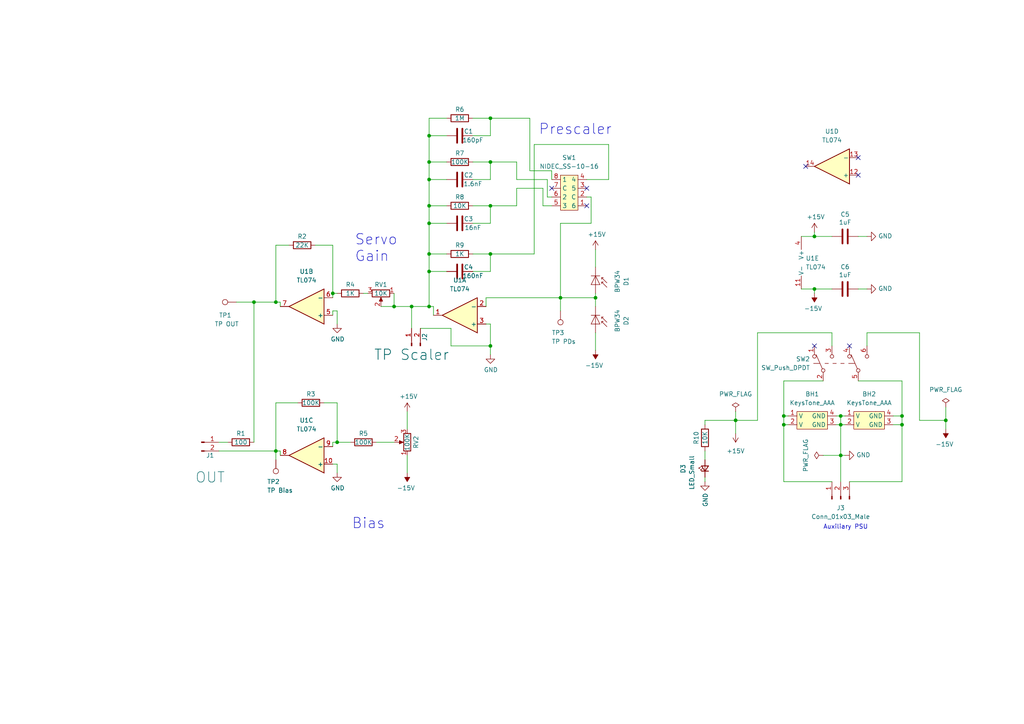
<source format=kicad_sch>
(kicad_sch (version 20211123) (generator eeschema)
  (paper "A4")
  (title_block (title "Fringer Locker") (date "2023-02-10") (rev "V1.0") (company "©Loic74650"))
  (lib_symbols
    (symbol "Amplifier_Operational:TL074" (pin_names (offset 0.127))
      (property "Reference" "U" (at 0 5.08 0))
      (property "Value" "TL074" (at 0 -5.08 0))
      (symbol "TL074_1_1"
        (polyline (pts (xy -5.08 5.08) (xy 5.08 0) (xy -5.08 -5.08) (xy -5.08 5.08)) (stroke (width 0.254)) (fill (type background)))
        (pin output line (at 7.62 0 180) (length 2.54) (name "~") (number "1"))
        (pin input line (at -7.62 -2.54 0) (length 2.54) (name "-") (number "2"))
        (pin input line (at -7.62 2.54 0) (length 2.54) (name "+") (number "3"))
      )
      (symbol "TL074_2_1"
        (polyline (pts (xy -5.08 5.08) (xy 5.08 0) (xy -5.08 -5.08) (xy -5.08 5.08)) (stroke (width 0.254)) (fill (type background)))
        (pin input line (at -7.62 2.54 0) (length 2.54) (name "+") (number "5"))
        (pin input line (at -7.62 -2.54 0) (length 2.54) (name "-") (number "6"))
        (pin output line (at 7.62 0 180) (length 2.54) (name "~") (number "7"))
      )
      (symbol "TL074_3_1"
        (polyline (pts (xy -5.08 5.08) (xy 5.08 0) (xy -5.08 -5.08) (xy -5.08 5.08)) (stroke (width 0.254)) (fill (type background)))
        (pin input line (at -7.62 2.54 0) (length 2.54) (name "+") (number "10"))
        (pin output line (at 7.62 0 180) (length 2.54) (name "~") (number "8"))
        (pin input line (at -7.62 -2.54 0) (length 2.54) (name "-") (number "9"))
      )
      (symbol "TL074_4_1"
        (polyline (pts (xy -5.08 5.08) (xy 5.08 0) (xy -5.08 -5.08) (xy -5.08 5.08)) (stroke (width 0.254)) (fill (type background)))
        (pin input line (at -7.62 2.54 0) (length 2.54) (name "+") (number "12"))
        (pin input line (at -7.62 -2.54 0) (length 2.54) (name "-") (number "13"))
        (pin output line (at 7.62 0 180) (length 2.54) (name "~") (number "14"))
      )
      (symbol "TL074_5_1"
        (pin power_in line (at -2.54 -7.62 90) (length 3.81) (name "V-") (number "11"))
        (pin power_in line (at -2.54 7.62 270) (length 3.81) (name "V+") (number "4"))
      )
    )
    (symbol "Connector:Conn_01x02_Male" (pin_names (offset 1.016) hide)
      (property "Reference" "J" (at 0 2.54 0))
      (property "Value" "Conn_01x02_Male" (at 0 -5.08 0))
      (symbol "Conn_01x02_Male_1_1"
        (polyline (pts (xy 1.27 -2.54) (xy 0.8636 -2.54)) (stroke (width 0.1524)))
        (polyline (pts (xy 1.27 0) (xy 0.8636 0)) (stroke (width 0.1524)))
        (rectangle (start 0.8636 -2.413) (end 0 -2.667) (stroke (width 0.1524)) (fill (type outline)))
        (rectangle (start 0.8636 0.127) (end 0 -0.127) (stroke (width 0.1524)) (fill (type outline)))
        (pin passive line (at 5.08 0 180) (length 3.81) (name "Pin_1") (number "1"))
        (pin passive line (at 5.08 -2.54 180) (length 3.81) (name "Pin_2") (number "2"))
      )
    )
    (symbol "Connector:Conn_01x03_Male" (pin_names (offset 1.016) hide)
      (property "Reference" "J" (at 0 5.08 0))
      (property "Value" "Conn_01x03_Male" (at 0 -5.08 0))
      (symbol "Conn_01x03_Male_1_1"
        (polyline (pts (xy 1.27 -2.54) (xy 0.8636 -2.54)) (stroke (width 0.1524)))
        (polyline (pts (xy 1.27 0) (xy 0.8636 0)) (stroke (width 0.1524)))
        (polyline (pts (xy 1.27 2.54) (xy 0.8636 2.54)) (stroke (width 0.1524)))
        (rectangle (start 0.8636 -2.413) (end 0 -2.667) (stroke (width 0.1524)) (fill (type outline)))
        (rectangle (start 0.8636 0.127) (end 0 -0.127) (stroke (width 0.1524)) (fill (type outline)))
        (rectangle (start 0.8636 2.667) (end 0 2.413) (stroke (width 0.1524)) (fill (type outline)))
        (pin passive line (at 5.08 2.54 180) (length 3.81) (name "Pin_1") (number "1"))
        (pin passive line (at 5.08 0 180) (length 3.81) (name "Pin_2") (number "2"))
        (pin passive line (at 5.08 -2.54 180) (length 3.81) (name "Pin_3") (number "3"))
      )
    )
    (symbol "Connector:TestPoint" (pin_numbers hide) (pin_names (offset 0.762) hide)
      (property "Reference" "TP" (at 0 6.858 0))
      (property "Value" "TestPoint" (at 0 5.08 0))
      (symbol "TestPoint_0_1"
        (circle (center 0 3.302) (radius 0.762))
      )
      (symbol "TestPoint_1_1"
        (pin passive line (at 0 0 90) (length 2.54) (name "1") (number "1"))
      )
    )
    (symbol "Device:C" (pin_numbers hide) (pin_names (offset 0.254))
      (property "Reference" "C" (at 0.635 2.54 0))
      (property "Value" "C" (at 0.635 -2.54 0))
      (symbol "C_0_1"
        (polyline (pts (xy -2.032 -0.762) (xy 2.032 -0.762)) (stroke (width 0.508)))
        (polyline (pts (xy -2.032 0.762) (xy 2.032 0.762)) (stroke (width 0.508)))
      )
      (symbol "C_1_1"
        (pin passive line (at 0 3.81 270) (length 2.794) (name "~") (number "1"))
        (pin passive line (at 0 -3.81 90) (length 2.794) (name "~") (number "2"))
      )
    )
    (symbol "Device:LED_Small" (pin_numbers hide) (pin_names (offset 0.254) hide)
      (property "Reference" "D" (at -1.27 3.175 0))
      (property "Value" "LED_Small" (at -4.445 -2.54 0))
      (symbol "LED_Small_0_1"
        (polyline (pts (xy -0.762 -1.016) (xy -0.762 1.016)) (stroke (width 0.254)))
        (polyline (pts (xy 1.016 0) (xy -0.762 0)))
        (polyline (pts (xy 0.762 -1.016) (xy -0.762 0) (xy 0.762 1.016) (xy 0.762 -1.016)) (stroke (width 0.254)))
        (polyline (pts (xy 0 0.762) (xy -0.508 1.27) (xy -0.254 1.27) (xy -0.508 1.27) (xy -0.508 1.016)))
        (polyline (pts (xy 0.508 1.27) (xy 0 1.778) (xy 0.254 1.778) (xy 0 1.778) (xy 0 1.524)))
      )
      (symbol "LED_Small_1_1"
        (pin passive line (at -2.54 0 0) (length 1.778) (name "K") (number "1"))
        (pin passive line (at 2.54 0 180) (length 1.778) (name "A") (number "2"))
      )
    )
    (symbol "Device:R" (pin_numbers hide) (pin_names (offset 0))
      (property "Reference" "R" (at 2.032 0 90))
      (property "Value" "R" (at 0 0 90))
      (symbol "R_0_1"
        (rectangle (start -1.016 -2.54) (end 1.016 2.54) (stroke (width 0.254)))
      )
      (symbol "R_1_1"
        (pin passive line (at 0 3.81 270) (length 1.27) (name "~") (number "1"))
        (pin passive line (at 0 -3.81 90) (length 1.27) (name "~") (number "2"))
      )
    )
    (symbol "FringeLocker-rescue:R_POT-Device" (pin_names (offset 1.016) hide)
      (property "Reference" "RV" (at -4.445 0 90))
      (property "Value" "R_POT-Device" (at -2.54 0 90))
      (symbol "R_POT-Device_0_1"
        (polyline (pts (xy 2.54 0) (xy 1.524 0)))
        (polyline (pts (xy 1.143 0) (xy 2.286 0.508) (xy 2.286 -0.508) (xy 1.143 0)) (fill (type outline)))
        (rectangle (start 1.016 2.54) (end -1.016 -2.54) (stroke (width 0.254)))
      )
      (symbol "R_POT-Device_1_1"
        (pin passive line (at 0 3.81 270) (length 1.27) (name "1") (number "1"))
        (pin passive line (at 3.81 0 180) (length 1.27) (name "2") (number "2"))
        (pin passive line (at 0 -3.81 90) (length 1.27) (name "3") (number "3"))
      )
    )
    (symbol "My_Library:KeysTone_AAA"
      (property "Reference" "BH" (at 0 0 0))
      (property "Value" "KeysTone_AAA" (at 0 2.54 0))
      (symbol "KeysTone_AAA_0_1"
        (rectangle (start -5.08 -1.27) (end 3.81 -6.35) (fill (type background)))
        (rectangle (start 1.27 -1.27) (end 1.27 -1.27))
      )
      (symbol "KeysTone_AAA_1_1"
        (pin passive line (at -7.62 -2.54 0) (length 2.54) (name "V") (number "1"))
        (pin passive line (at -7.62 -5.08 0) (length 2.54) (name "V") (number "2"))
        (pin passive line (at 6.35 -5.08 180) (length 2.54) (name "GND") (number "3"))
        (pin passive line (at 6.35 -2.54 180) (length 2.54) (name "GND") (number "4"))
      )
    )
    (symbol "My_Library:NIDEC_SS-10-16"
      (property "Reference" "SW" (at 2.54 6.35 0))
      (property "Value" "NIDEC_SS-10-16" (at 3.81 3.81 0))
      (symbol "NIDEC_SS-10-16_0_1"
        (rectangle (start 0 1.27) (end 5.08 -8.89) (fill (type background)))
        (rectangle (start 3.81 1.27) (end 3.81 1.27))
        (rectangle (start 3.81 1.27) (end 3.81 1.27))
      )
      (symbol "NIDEC_SS-10-16_1_1"
        (pin passive line (at -2.54 0 0) (length 2.54) (name "6") (number "1"))
        (pin passive line (at -2.54 -2.54 0) (length 2.54) (name "C") (number "2"))
        (pin passive line (at -2.54 -5.08 0) (length 2.54) (name "5") (number "3"))
        (pin passive line (at -2.54 -7.62 0) (length 2.54) (name "4") (number "4"))
        (pin passive line (at 7.62 0 180) (length 2.54) (name "3") (number "5"))
        (pin passive line (at 7.62 -2.54 180) (length 2.54) (name "2") (number "6"))
        (pin passive line (at 7.62 -5.08 180) (length 2.54) (name "C") (number "7"))
        (pin passive line (at 7.62 -7.62 180) (length 2.54) (name "1") (number "8"))
      )
    )
    (symbol "Sensor_Optical:BPW34" (pin_numbers hide) (pin_names (offset 1.016) hide)
      (property "Reference" "D" (at 0.508 1.778 0))
      (property "Value" "BPW34" (at -1.016 -2.794 0))
      (symbol "BPW34_0_1"
        (polyline (pts (xy -2.54 1.27) (xy -2.54 -1.27)) (stroke (width 0.1524)))
        (polyline (pts (xy -2.032 1.778) (xy -1.524 1.778)))
        (polyline (pts (xy 0 -1.27) (xy 0 1.27)))
        (polyline (pts (xy 0 0) (xy -2.54 0)))
        (polyline (pts (xy -0.508 3.302) (xy -2.032 1.778) (xy -2.032 2.286)))
        (polyline (pts (xy 0 1.27) (xy -2.54 0) (xy 0 -1.27)))
        (polyline (pts (xy 0.762 3.302) (xy -0.762 1.778) (xy -0.762 2.286) (xy -0.762 1.778) (xy -0.254 1.778)))
      )
      (symbol "BPW34_1_1"
        (pin passive line (at -5.08 0 0) (length 2.54) (name "K") (number "1"))
        (pin passive line (at 2.54 0 180) (length 2.54) (name "A") (number "2"))
      )
    )
    (symbol "Switch:SW_Push_DPDT" (pin_names (offset 0) hide)
      (property "Reference" "SW" (at 0 8.89 0))
      (property "Value" "SW_Push_DPDT" (at 0 -10.16 0))
      (symbol "SW_Push_DPDT_0_0"
        (circle (center -2.032 -5.08) (radius 0.508))
        (circle (center -2.032 5.08) (radius 0.508))
        (circle (center 2.032 -7.62) (radius 0.508))
        (circle (center 2.032 2.54) (radius 0.508))
      )
      (symbol "SW_Push_DPDT_0_1"
        (polyline (pts (xy -1.524 -4.826) (xy 2.54 -3.048)))
        (polyline (pts (xy -1.524 5.334) (xy 2.54 7.112)))
        (polyline (pts (xy 0 -2.286) (xy 0 -4.064)))
        (polyline (pts (xy 0 -1.016) (xy 0 0)))
        (polyline (pts (xy 0 1.27) (xy 0 2.286)))
        (polyline (pts (xy 0 3.556) (xy 0 4.572)))
        (polyline (pts (xy 0 7.874) (xy 0 6.096)))
        (circle (center 2.032 -2.54) (radius 0.508))
        (circle (center 2.032 7.62) (radius 0.508))
      )
      (symbol "SW_Push_DPDT_1_1"
        (pin passive line (at 5.08 7.62 180) (length 2.54) (name "A") (number "1"))
        (pin passive line (at -5.08 5.08 0) (length 2.54) (name "B") (number "2"))
        (pin passive line (at 5.08 2.54 180) (length 2.54) (name "C") (number "3"))
        (pin passive line (at 5.08 -2.54 180) (length 2.54) (name "A") (number "4"))
        (pin passive line (at -5.08 -5.08 0) (length 2.54) (name "B") (number "5"))
        (pin passive line (at 5.08 -7.62 180) (length 2.54) (name "C") (number "6"))
      )
    )
    (symbol "power:+15V" (power) (pin_names (offset 0))
      (property "Value" "+15V" (at 0 3.556 0))
      (symbol "+15V_0_1"
        (polyline (pts (xy -0.762 1.27) (xy 0 2.54)))
        (polyline (pts (xy 0 0) (xy 0 2.54)))
        (polyline (pts (xy 0 2.54) (xy 0.762 1.27)))
      )
      (symbol "+15V_1_1"
        (pin power_in line (at 0 0 90) (length 0) hide (name "+15V") (number "1"))
      )
    )
    (symbol "power:-15V" (power) (pin_names (offset 0))
      (property "Value" "-15V" (at 0 3.81 0))
      (symbol "-15V_0_0"
        (pin power_in line (at 0 0 90) (length 0) hide (name "-15V") (number "1"))
      )
      (symbol "-15V_0_1"
        (polyline (pts (xy 0 0) (xy 0 1.27) (xy 0.762 1.27) (xy 0 2.54) (xy -0.762 1.27) (xy 0 1.27)) (fill (type outline)))
      )
    )
    (symbol "power:GND" (power) (pin_names (offset 0))
      (property "Value" "GND" (at 0 -3.81 0))
      (symbol "GND_0_1"
        (polyline (pts (xy 0 0) (xy 0 -1.27) (xy 1.27 -1.27) (xy 0 -2.54) (xy -1.27 -1.27) (xy 0 -1.27)))
      )
      (symbol "GND_1_1"
        (pin power_in line (at 0 0 270) (length 0) hide (name "GND") (number "1"))
      )
    )
    (symbol "power:PWR_FLAG" (power) (pin_numbers hide) (pin_names (offset 0) hide)
      (property "Value" "PWR_FLAG" (at 0 3.81 0))
      (symbol "PWR_FLAG_0_0"
        (pin power_out line (at 0 0 90) (length 0) (name "pwr") (number "1"))
      )
      (symbol "PWR_FLAG_0_1"
        (polyline (pts (xy 0 0) (xy 0 1.27) (xy -1.016 1.905) (xy 0 2.54) (xy 1.016 1.905) (xy 0 1.27)))
      )
    )
  )
  (junction (at 162.56 86.36))
  (junction (at 97.79 128.27))
  (junction (at 236.22 83.82))
  (junction (at 261.62 120.65))
  (junction (at 243.84 132.08))
  (junction (at 124.46 78.74))
  (junction (at 142.24 34.29))
  (junction (at 124.46 88.9))
  (junction (at 243.84 120.65))
  (junction (at 124.46 52.07))
  (junction (at 124.46 64.77))
  (junction (at 172.72 86.36))
  (junction (at 124.46 59.69))
  (junction (at 243.84 123.19))
  (junction (at 227.33 120.65))
  (junction (at 80.01 87.63))
  (junction (at 73.66 87.63))
  (junction (at 142.24 100.33))
  (junction (at 124.46 73.66))
  (junction (at 119.38 88.9))
  (junction (at 80.01 130.81))
  (junction (at 142.24 73.66))
  (junction (at 124.46 46.99))
  (junction (at 142.24 59.69))
  (junction (at 114.3 88.9))
  (junction (at 261.62 123.19))
  (junction (at 142.24 46.99))
  (junction (at 124.46 39.37))
  (junction (at 213.36 121.92))
  (junction (at 96.52 85.09))
  (junction (at 274.32 121.92))
  (junction (at 236.22 68.58))
  (junction (at 227.33 123.19))
  (no_connect (at 170.18 59.69))
  (no_connect (at 246.38 100.33))
  (no_connect (at 248.92 50.8))
  (no_connect (at 160.02 54.61))
  (no_connect (at 248.92 45.72))
  (no_connect (at 236.22 100.33))
  (no_connect (at 233.68 48.26))
  (no_connect (at 170.18 54.61))
  (wire (pts (xy 73.66 87.63) (xy 80.01 87.63)))
  (wire (pts (xy 219.71 96.52) (xy 219.71 121.92)))
  (wire (pts (xy 162.56 64.77) (xy 162.56 86.36)))
  (wire (pts (xy 124.46 34.29) (xy 129.54 34.29)))
  (wire (pts (xy 243.84 120.65) (xy 245.11 120.65)))
  (wire (pts (xy 96.52 90.17) (xy 96.52 91.44)))
  (wire (pts (xy 238.76 132.08) (xy 243.84 132.08)))
  (wire (pts (xy 73.66 128.27) (xy 73.66 87.63)))
  (wire (pts (xy 242.57 123.19) (xy 243.84 123.19)))
  (wire (pts (xy 259.08 120.65) (xy 261.62 120.65)))
  (wire (pts (xy 227.33 120.65) (xy 228.6 120.65)))
  (wire (pts (xy 140.97 86.36) (xy 140.97 88.9)))
  (wire (pts (xy 154.94 73.66) (xy 154.94 41.91)))
  (wire (pts (xy 80.01 71.12) (xy 80.01 87.63)))
  (wire (pts (xy 251.46 96.52) (xy 266.7 96.52)))
  (wire (pts (xy 243.84 120.65) (xy 243.84 123.19)))
  (wire (pts (xy 96.52 85.09) (xy 97.79 85.09)))
  (wire (pts (xy 227.33 120.65) (xy 227.33 110.49)))
  (wire (pts (xy 137.16 52.07) (xy 142.24 52.07)))
  (wire (pts (xy 172.72 85.09) (xy 172.72 86.36)))
  (wire (pts (xy 97.79 134.62) (xy 97.79 137.16)))
  (wire (pts (xy 172.72 86.36) (xy 172.72 88.9)))
  (wire (pts (xy 137.16 46.99) (xy 142.24 46.99)))
  (wire (pts (xy 80.01 130.81) (xy 80.01 116.84)))
  (wire (pts (xy 261.62 139.7) (xy 246.38 139.7)))
  (wire (pts (xy 243.84 123.19) (xy 245.11 123.19)))
  (wire (pts (xy 227.33 139.7) (xy 241.3 139.7)))
  (wire (pts (xy 96.52 134.62) (xy 97.79 134.62)))
  (wire (pts (xy 157.48 59.69) (xy 160.02 59.69)))
  (wire (pts (xy 118.11 132.08) (xy 118.11 137.16)))
  (wire (pts (xy 236.22 67.31) (xy 236.22 68.58)))
  (wire (pts (xy 83.82 71.12) (xy 80.01 71.12)))
  (wire (pts (xy 137.16 73.66) (xy 142.24 73.66)))
  (wire (pts (xy 259.08 123.19) (xy 261.62 123.19)))
  (wire (pts (xy 213.36 119.38) (xy 213.36 121.92)))
  (wire (pts (xy 124.46 78.74) (xy 124.46 88.9)))
  (wire (pts (xy 80.01 116.84) (xy 86.36 116.84)))
  (wire (pts (xy 137.16 64.77) (xy 142.24 64.77)))
  (wire (pts (xy 227.33 110.49) (xy 238.76 110.49)))
  (wire (pts (xy 63.5 130.81) (xy 80.01 130.81)))
  (wire (pts (xy 236.22 83.82) (xy 241.3 83.82)))
  (wire (pts (xy 153.67 34.29) (xy 153.67 49.53)))
  (wire (pts (xy 97.79 116.84) (xy 97.79 128.27)))
  (wire (pts (xy 110.49 88.9) (xy 114.3 88.9)))
  (wire (pts (xy 274.32 118.11) (xy 274.32 121.92)))
  (wire (pts (xy 243.84 132.08) (xy 245.11 132.08)))
  (wire (pts (xy 204.47 121.92) (xy 204.47 123.19)))
  (wire (pts (xy 124.46 59.69) (xy 124.46 64.77)))
  (wire (pts (xy 142.24 46.99) (xy 149.86 46.99)))
  (wire (pts (xy 124.46 73.66) (xy 129.54 73.66)))
  (wire (pts (xy 124.46 52.07) (xy 124.46 59.69)))
  (wire (pts (xy 142.24 46.99) (xy 142.24 52.07)))
  (wire (pts (xy 137.16 39.37) (xy 142.24 39.37)))
  (wire (pts (xy 124.46 39.37) (xy 124.46 34.29)))
  (wire (pts (xy 232.41 68.58) (xy 236.22 68.58)))
  (wire (pts (xy 93.98 116.84) (xy 97.79 116.84)))
  (wire (pts (xy 80.01 130.81) (xy 80.01 133.35)))
  (wire (pts (xy 149.86 52.07) (xy 158.75 52.07)))
  (wire (pts (xy 153.67 49.53) (xy 160.02 49.53)))
  (wire (pts (xy 213.36 121.92) (xy 204.47 121.92)))
  (wire (pts (xy 158.75 52.07) (xy 158.75 57.15)))
  (wire (pts (xy 142.24 93.98) (xy 142.24 100.33)))
  (wire (pts (xy 162.56 86.36) (xy 172.72 86.36)))
  (wire (pts (xy 140.97 86.36) (xy 162.56 86.36)))
  (wire (pts (xy 172.72 72.39) (xy 172.72 77.47)))
  (wire (pts (xy 160.02 49.53) (xy 160.02 52.07)))
  (wire (pts (xy 248.92 68.58) (xy 251.46 68.58)))
  (wire (pts (xy 162.56 86.36) (xy 162.56 90.17)))
  (wire (pts (xy 142.24 73.66) (xy 154.94 73.66)))
  (wire (pts (xy 261.62 110.49) (xy 248.92 110.49)))
  (wire (pts (xy 97.79 90.17) (xy 97.79 93.98)))
  (wire (pts (xy 80.01 130.81) (xy 81.28 130.81)))
  (wire (pts (xy 171.45 64.77) (xy 162.56 64.77)))
  (wire (pts (xy 130.81 100.33) (xy 142.24 100.33)))
  (wire (pts (xy 96.52 90.17) (xy 97.79 90.17)))
  (wire (pts (xy 261.62 123.19) (xy 261.62 139.7)))
  (wire (pts (xy 142.24 34.29) (xy 153.67 34.29)))
  (wire (pts (xy 91.44 71.12) (xy 96.52 71.12)))
  (wire (pts (xy 171.45 57.15) (xy 171.45 64.77)))
  (wire (pts (xy 137.16 78.74) (xy 142.24 78.74)))
  (wire (pts (xy 149.86 54.61) (xy 157.48 54.61)))
  (wire (pts (xy 219.71 121.92) (xy 213.36 121.92)))
  (wire (pts (xy 172.72 96.52) (xy 172.72 101.6)))
  (wire (pts (xy 96.52 85.09) (xy 96.52 86.36)))
  (wire (pts (xy 96.52 71.12) (xy 96.52 85.09)))
  (wire (pts (xy 124.46 78.74) (xy 129.54 78.74)))
  (wire (pts (xy 251.46 100.33) (xy 251.46 96.52)))
  (wire (pts (xy 105.41 85.09) (xy 106.68 85.09)))
  (wire (pts (xy 204.47 130.81) (xy 204.47 133.35)))
  (wire (pts (xy 248.92 83.82) (xy 251.46 83.82)))
  (wire (pts (xy 124.46 46.99) (xy 124.46 52.07)))
  (wire (pts (xy 227.33 123.19) (xy 227.33 139.7)))
  (wire (pts (xy 114.3 85.09) (xy 114.3 88.9)))
  (wire (pts (xy 81.28 87.63) (xy 81.28 88.9)))
  (wire (pts (xy 241.3 96.52) (xy 219.71 96.52)))
  (wire (pts (xy 124.46 73.66) (xy 124.46 78.74)))
  (wire (pts (xy 142.24 59.69) (xy 142.24 64.77)))
  (wire (pts (xy 96.52 128.27) (xy 96.52 129.54)))
  (wire (pts (xy 124.46 46.99) (xy 129.54 46.99)))
  (wire (pts (xy 243.84 123.19) (xy 243.84 132.08)))
  (wire (pts (xy 114.3 88.9) (xy 119.38 88.9)))
  (wire (pts (xy 241.3 100.33) (xy 241.3 96.52)))
  (wire (pts (xy 68.58 87.63) (xy 73.66 87.63)))
  (wire (pts (xy 124.46 64.77) (xy 129.54 64.77)))
  (wire (pts (xy 125.73 88.9) (xy 125.73 91.44)))
  (wire (pts (xy 119.38 88.9) (xy 119.38 95.25)))
  (wire (pts (xy 242.57 120.65) (xy 243.84 120.65)))
  (wire (pts (xy 137.16 34.29) (xy 142.24 34.29)))
  (wire (pts (xy 176.53 41.91) (xy 176.53 52.07)))
  (wire (pts (xy 142.24 73.66) (xy 142.24 78.74)))
  (wire (pts (xy 158.75 57.15) (xy 160.02 57.15)))
  (wire (pts (xy 149.86 46.99) (xy 149.86 52.07)))
  (wire (pts (xy 204.47 138.43) (xy 204.47 139.7)))
  (wire (pts (xy 121.92 95.25) (xy 130.81 95.25)))
  (wire (pts (xy 124.46 39.37) (xy 124.46 46.99)))
  (wire (pts (xy 213.36 121.92) (xy 213.36 125.73)))
  (wire (pts (xy 154.94 41.91) (xy 176.53 41.91)))
  (wire (pts (xy 142.24 59.69) (xy 149.86 59.69)))
  (wire (pts (xy 157.48 54.61) (xy 157.48 59.69)))
  (wire (pts (xy 266.7 121.92) (xy 274.32 121.92)))
  (wire (pts (xy 176.53 52.07) (xy 170.18 52.07)))
  (wire (pts (xy 142.24 100.33) (xy 142.24 102.87)))
  (wire (pts (xy 261.62 120.65) (xy 261.62 110.49)))
  (wire (pts (xy 124.46 88.9) (xy 125.73 88.9)))
  (wire (pts (xy 130.81 95.25) (xy 130.81 100.33)))
  (wire (pts (xy 236.22 83.82) (xy 236.22 85.09)))
  (wire (pts (xy 124.46 52.07) (xy 129.54 52.07)))
  (wire (pts (xy 119.38 88.9) (xy 124.46 88.9)))
  (wire (pts (xy 63.5 128.27) (xy 66.04 128.27)))
  (wire (pts (xy 96.52 128.27) (xy 97.79 128.27)))
  (wire (pts (xy 140.97 93.98) (xy 142.24 93.98)))
  (wire (pts (xy 170.18 57.15) (xy 171.45 57.15)))
  (wire (pts (xy 149.86 59.69) (xy 149.86 54.61)))
  (wire (pts (xy 228.6 123.19) (xy 227.33 123.19)))
  (wire (pts (xy 142.24 34.29) (xy 142.24 39.37)))
  (wire (pts (xy 109.22 128.27) (xy 114.3 128.27)))
  (wire (pts (xy 236.22 68.58) (xy 241.3 68.58)))
  (wire (pts (xy 261.62 123.19) (xy 261.62 120.65)))
  (wire (pts (xy 243.84 132.08) (xy 243.84 139.7)))
  (wire (pts (xy 266.7 96.52) (xy 266.7 121.92)))
  (wire (pts (xy 274.32 121.92) (xy 274.32 124.46)))
  (wire (pts (xy 124.46 59.69) (xy 129.54 59.69)))
  (wire (pts (xy 124.46 64.77) (xy 124.46 73.66)))
  (wire (pts (xy 137.16 59.69) (xy 142.24 59.69)))
  (wire (pts (xy 129.54 39.37) (xy 124.46 39.37)))
  (wire (pts (xy 80.01 87.63) (xy 81.28 87.63)))
  (wire (pts (xy 227.33 123.19) (xy 227.33 120.65)))
  (wire (pts (xy 118.11 119.38) (xy 118.11 124.46)))
  (wire (pts (xy 97.79 128.27) (xy 101.6 128.27)))
  (wire (pts (xy 81.28 130.81) (xy 81.28 132.08)))
  (wire (pts (xy 232.41 83.82) (xy 236.22 83.82)))
  (text "Auxiliary PSU" (at 238.76 153.67 0) (effects (font (size 1.27 1.27)) (justify left bottom)))
  (text "Bias" (at 111.76 153.67 180) (effects (font (size 3 3)) (justify right bottom)))
  (text "Servo\nGain" (at 102.87 76.2 0) (effects (font (size 3 3)) (justify left bottom)))
  (text "Prescaler" (at 156.21 39.37 0) (effects (font (size 3 3)) (justify left bottom)))
  (symbol (lib_id "power:GND") (at 142.24 102.87 0) (unit 1)
    (property "Reference" "#PWR05" (effects hide))
    (property "Value" "GND" (at 142.367 107.2642 0))
  )
  (symbol (lib_id "power:+15V") (at 172.72 72.39 0) (unit 1)
    (property "Reference" "#PWR06" (effects hide))
    (property "Value" "+15V" (at 173.101 67.9958 0))
  )
  (symbol (lib_id "power:-15V") (at 172.72 101.6 180) (unit 1)
    (property "Reference" "#PWR07" (effects hide))
    (property "Value" "-15V" (at 172.339 105.9942 0))
  )
  (symbol (lib_id "power:+15V") (at 236.22 67.31 0) (unit 1)
    (property "Reference" "#PWR010" (effects hide))
    (property "Value" "+15V" (at 236.601 62.9158 0))
  )
  (symbol (lib_id "power:-15V") (at 236.22 85.09 180) (unit 1)
    (property "Reference" "#PWR011" (effects hide))
    (property "Value" "-15V" (at 235.839 89.4842 0))
  )
  (symbol (lib_id "Device:C") (at 245.11 83.82 90) (unit 1)
    (property "Reference" "C6" (at 245.11 77.4192 90))
    (property "Value" "1uF" (at 245.11 79.7306 90))
    (property "Footprint" "Capacitor_SMD:C_0603_1608Metric_Pad1.08x0.95mm_HandSolder" (effects hide))
  )
  (symbol (lib_id "power:GND") (at 251.46 83.82 90) (unit 1)
    (property "Reference" "#PWR014" (effects hide))
    (property "Value" "GND" (at 254.7112 83.693 90) (effects (justify right)))
  )
  (symbol (lib_id "power:GND") (at 251.46 68.58 90) (unit 1)
    (property "Reference" "#PWR013" (effects hide))
    (property "Value" "GND" (at 254.7112 68.453 90) (effects (justify right)))
  )
  (symbol (lib_id "FringeLocker-rescue:R_POT-Device") (at 110.49 85.09 270) (unit 1)
    (property "Reference" "RV1" (at 110.49 82.55 90))
    (property "Value" "10K" (at 110.49 85.09 90))
    (property "Footprint" "Potentiometer_THT:Potentiometer_Bourns_3266W_Vertical" (effects hide))
  )
  (symbol (lib_id "Device:R") (at 101.6 85.09 270) (unit 1)
    (property "Reference" "R4" (at 101.6 82.55 90))
    (property "Value" "1K" (at 101.6 85.09 90))
    (property "Footprint" "Resistor_SMD:R_0805_2012Metric_Pad1.20x1.40mm_HandSolder" (effects hide))
  )
  (symbol (lib_id "Device:R") (at 87.63 71.12 270) (unit 1)
    (property "Reference" "R2" (at 87.63 68.58 90))
    (property "Value" "22K" (at 87.63 71.12 90))
    (property "Footprint" "Resistor_SMD:R_0805_2012Metric_Pad1.20x1.40mm_HandSolder" (effects hide))
  )
  (symbol (lib_id "power:GND") (at 97.79 93.98 0) (unit 1)
    (property "Reference" "#PWR01" (effects hide))
    (property "Value" "GND" (at 97.917 98.3742 0))
  )
  (symbol (lib_id "Connector:Conn_01x02_Male") (at 58.42 128.27 0) (unit 1)
    (property "Reference" "J1" (at 60.96 132.08 0))
    (property "Value" "OUT" (at 60.96 138.43 0) (effects (font (size 3 3))))
    (property "Footprint" "Connector_PinHeader_2.54mm:PinHeader_1x02_P2.54mm_Vertical" (effects hide))
  )
  (symbol (lib_id "Device:R") (at 69.85 128.27 270) (unit 1)
    (property "Reference" "R1" (at 69.85 125.73 90))
    (property "Value" "100" (at 69.85 128.27 90))
    (property "Footprint" "Resistor_SMD:R_0805_2012Metric_Pad1.20x1.40mm_HandSolder" (effects hide))
  )
  (symbol (lib_id "Device:C") (at 133.35 39.37 90) (unit 1)
    (property "Reference" "C1" (at 135.89 38.1 90))
    (property "Value" "160pF" (at 137.16 40.64 90))
    (property "Footprint" "Capacitor_SMD:C_0603_1608Metric_Pad1.08x0.95mm_HandSolder" (effects hide))
  )
  (symbol (lib_id "Device:R") (at 133.35 34.29 270) (unit 1)
    (property "Reference" "R6" (at 133.35 31.75 90))
    (property "Value" "1M" (at 133.35 34.29 90))
    (property "Footprint" "Resistor_SMD:R_0805_2012Metric_Pad1.20x1.40mm_HandSolder" (effects hide))
  )
  (symbol (lib_id "power:+15V") (at 118.11 119.38 0) (unit 1)
    (property "Reference" "#PWR03" (effects hide))
    (property "Value" "+15V" (at 118.491 114.9858 0))
  )
  (symbol (lib_id "FringeLocker-rescue:R_POT-Device") (at 118.11 128.27 180) (unit 1)
    (property "Reference" "RV2" (at 120.65 128.27 90))
    (property "Value" "100K" (at 118.11 128.27 90))
    (property "Footprint" "Potentiometer_THT:Potentiometer_Bourns_3266W_Vertical" (effects hide))
  )
  (symbol (lib_id "power:GND") (at 245.11 132.08 90) (unit 1)
    (property "Reference" "#PWR012" (effects hide))
    (property "Value" "GND" (at 248.3612 131.953 90) (effects (justify right)))
  )
  (symbol (lib_id "power:-15V") (at 274.32 124.46 180) (unit 1)
    (property "Reference" "#PWR015" (effects hide))
    (property "Value" "-15V" (at 273.939 128.8542 0))
  )
  (symbol (lib_id "Device:C") (at 133.35 52.07 90) (unit 1)
    (property "Reference" "C2" (at 135.89 50.8 90))
    (property "Value" "1.6nF" (at 137.16 53.34 90))
    (property "Footprint" "Capacitor_SMD:C_0603_1608Metric_Pad1.08x0.95mm_HandSolder" (effects hide))
  )
  (symbol (lib_id "power:PWR_FLAG") (at 238.76 132.08 90) (unit 1)
    (property "Reference" "#FLG02" (effects hide))
    (property "Value" "PWR_FLAG" (at 233.68 132.08 0))
  )
  (symbol (lib_id "power:PWR_FLAG") (at 213.36 119.38 0) (unit 1)
    (property "Reference" "#FLG01" (effects hide))
    (property "Value" "PWR_FLAG" (at 213.36 114.3 0))
  )
  (symbol (lib_id "power:PWR_FLAG") (at 274.32 118.11 0) (unit 1)
    (property "Reference" "#FLG03" (effects hide))
    (property "Value" "PWR_FLAG" (at 274.32 113.03 0))
  )
  (symbol (lib_id "Amplifier_Operational:TL074") (at 234.95 76.2 0) (unit 5)
    (property "Reference" "U1" (at 233.68 74.9299 0) (effects (justify left)))
    (property "Value" "TL074" (at 233.68 77.4699 0) (effects (justify left)))
    (property "Footprint" "Package_SO:SO-14_5.3x10.2mm_P1.27mm" (effects hide))
    (property "Datasheet" "http://www.ti.com/lit/ds/symlink/tl071.pdf" (effects hide))
  )
  (symbol (lib_id "Device:R") (at 133.35 73.66 270) (unit 1)
    (property "Reference" "R9" (at 133.35 71.12 90))
    (property "Value" "1K" (at 133.35 73.66 90))
    (property "Footprint" "Resistor_SMD:R_0805_2012Metric_Pad1.20x1.40mm_HandSolder" (effects hide))
  )
  (symbol (lib_id "Device:R") (at 204.47 127 0) (unit 1)
    (property "Reference" "R10" (at 201.93 127 90))
    (property "Value" "10K" (at 204.47 127 90))
    (property "Footprint" "Resistor_SMD:R_0805_2012Metric_Pad1.20x1.40mm_HandSolder" (effects hide))
  )
  (symbol (lib_id "power:-15V") (at 118.11 137.16 180) (unit 1)
    (property "Reference" "#PWR04" (effects hide))
    (property "Value" "-15V" (at 117.729 141.5542 0))
  )
  (symbol (lib_id "Device:R") (at 133.35 46.99 270) (unit 1)
    (property "Reference" "R7" (at 133.35 44.45 90))
    (property "Value" "100K" (at 133.35 46.99 90))
    (property "Footprint" "Resistor_SMD:R_0805_2012Metric_Pad1.20x1.40mm_HandSolder" (effects hide))
  )
  (symbol (lib_id "Connector:TestPoint") (at 68.58 87.63 90) (unit 1)
    (property "Reference" "TP1" (at 63.5 91.44 90) (effects (justify right)))
    (property "Value" "TP OUT" (at 62.23 93.98 90) (effects (justify right)))
    (property "Footprint" "TestPoint:TestPoint_THTPad_D1.0mm_Drill0.5mm" (effects hide))
  )
  (symbol (lib_id "Device:C") (at 133.35 78.74 90) (unit 1)
    (property "Reference" "C4" (at 135.89 77.47 90))
    (property "Value" "160nF" (at 137.16 80.01 90))
    (property "Footprint" "Capacitor_SMD:C_0603_1608Metric_Pad1.08x0.95mm_HandSolder" (effects hide))
  )
  (symbol (lib_id "power:GND") (at 97.79 137.16 0) (unit 1)
    (property "Reference" "#PWR02" (effects hide))
    (property "Value" "GND" (at 97.917 141.5542 0))
  )
  (symbol (lib_id "Connector:TestPoint") (at 162.56 90.17 180) (unit 1)
    (property "Reference" "TP3" (at 160.02 96.52 0) (effects (justify right)))
    (property "Value" "TP PDs" (at 160.02 99.06 0) (effects (justify right)))
    (property "Footprint" "TestPoint:TestPoint_THTPad_D1.0mm_Drill0.5mm" (effects hide))
  )
  (symbol (lib_id "power:GND") (at 204.47 139.7 0) (unit 1)
    (property "Reference" "#PWR08" (effects hide))
    (property "Value" "GND" (at 204.597 142.9512 90) (effects (justify right)))
  )
  (symbol (lib_id "Sensor_Optical:BPW34") (at 172.72 93.98 270) (unit 1)
    (property "Reference" "D2" (at 181.61 93.0529 0))
    (property "Value" "BPW34" (at 179.07 93.0529 0))
    (property "Footprint" "OptoDevice:Osram_DIL2_4.3x4.65mm_P5.08mm" (effects hide))
    (property "Datasheet" "http://www.vishay.com/docs/81521/bpw34.pdf" (effects hide))
  )
  (symbol (lib_id "Switch:SW_Push_DPDT") (at 243.84 105.41 90) (unit 1)
    (property "Reference" "SW2" (at 234.95 104.1399 90) (effects (justify left)))
    (property "Value" "SW_Push_DPDT" (at 234.95 106.6799 90) (effects (justify left)))
    (property "Footprint" "BatteryHolder:SlideSwitchASE_DPDT" (effects hide))
  )
  (symbol (lib_id "My_Library:KeysTone_AAA") (at 236.22 118.11 0) (unit 1)
    (property "Reference" "BH1" (at 235.585 114.3 0))
    (property "Value" "KeysTone_AAA" (at 235.585 116.84 0))
    (property "Footprint" "BatteryHolder:Keystone_AAA" (effects hide))
  )
  (symbol (lib_id "Device:R") (at 105.41 128.27 270) (unit 1)
    (property "Reference" "R5" (at 105.41 125.73 90))
    (property "Value" "100K" (at 105.41 128.27 90))
    (property "Footprint" "Resistor_SMD:R_0805_2012Metric_Pad1.20x1.40mm_HandSolder" (effects hide))
  )
  (symbol (lib_id "Connector:Conn_01x02_Male") (at 119.38 100.33 90) (unit 1)
    (property "Reference" "J2" (at 123.19 97.79 0))
    (property "Value" "TP Scaler" (at 119.38 102.87 90) (effects (font (size 3 3))))
    (property "Footprint" "Connector_PinHeader_2.54mm:PinHeader_1x02_P2.54mm_Vertical" (effects hide))
  )
  (symbol (lib_id "Amplifier_Operational:TL074") (at 241.3 48.26 180) (unit 4)
    (property "Reference" "U1" (at 241.3 38.1 0))
    (property "Value" "TL074" (at 241.3 40.64 0))
    (property "Footprint" "Package_SO:SO-14_5.3x10.2mm_P1.27mm" (effects hide))
    (property "Datasheet" "http://www.ti.com/lit/ds/symlink/tl071.pdf" (effects hide))
  )
  (symbol (lib_id "Connector:TestPoint") (at 80.01 133.35 180) (unit 1)
    (property "Reference" "TP2" (at 77.47 139.7 0) (effects (justify right)))
    (property "Value" "TP Bias" (at 77.47 142.24 0) (effects (justify right)))
    (property "Footprint" "TestPoint:TestPoint_THTPad_D1.0mm_Drill0.5mm" (effects hide))
  )
  (symbol (lib_id "Device:R") (at 90.17 116.84 270) (unit 1)
    (property "Reference" "R3" (at 90.17 114.3 90))
    (property "Value" "100K" (at 90.17 116.84 90))
    (property "Footprint" "Resistor_SMD:R_0805_2012Metric_Pad1.20x1.40mm_HandSolder" (effects hide))
  )
  (symbol (lib_id "Sensor_Optical:BPW34") (at 172.72 82.55 270) (unit 1)
    (property "Reference" "D1" (at 181.61 81.6229 0))
    (property "Value" "BPW34" (at 179.07 81.6229 0))
    (property "Footprint" "OptoDevice:Osram_DIL2_4.3x4.65mm_P5.08mm" (effects hide))
    (property "Datasheet" "http://www.vishay.com/docs/81521/bpw34.pdf" (effects hide))
  )
  (symbol (lib_id "Amplifier_Operational:TL074") (at 88.9 132.08 180) (unit 3)
    (property "Reference" "U1" (at 88.9 121.92 0))
    (property "Value" "TL074" (at 88.9 124.46 0))
    (property "Footprint" "Package_SO:SO-14_5.3x10.2mm_P1.27mm" (effects hide))
    (property "Datasheet" "http://www.ti.com/lit/ds/symlink/tl071.pdf" (effects hide))
  )
  (symbol (lib_id "Device:C") (at 133.35 64.77 90) (unit 1)
    (property "Reference" "C3" (at 135.89 63.5 90))
    (property "Value" "16nF" (at 137.16 66.04 90))
    (property "Footprint" "Capacitor_SMD:C_0603_1608Metric_Pad1.08x0.95mm_HandSolder" (effects hide))
  )
  (symbol (lib_id "Device:R") (at 133.35 59.69 270) (unit 1)
    (property "Reference" "R8" (at 133.35 57.15 90))
    (property "Value" "10K" (at 133.35 59.69 90))
    (property "Footprint" "Resistor_SMD:R_0805_2012Metric_Pad1.20x1.40mm_HandSolder" (effects hide))
  )
  (symbol (lib_id "power:+15V") (at 213.36 125.73 180) (unit 1)
    (property "Reference" "#PWR09" (effects hide))
    (property "Value" "+15V" (at 213.36 130.81 0))
  )
  (symbol (lib_id "Connector:Conn_01x03_Male") (at 243.84 144.78 90) (unit 1)
    (property "Reference" "J3" (at 243.84 147.32 90))
    (property "Value" "Conn_01x03_Male" (at 243.84 149.86 90))
    (property "Footprint" "Connector_PinHeader_2.54mm:PinHeader_1x03_P2.54mm_Vertical" (effects hide))
  )
  (symbol (lib_id "My_Library:NIDEC_SS-10-16") (at 167.64 59.69 180) (unit 1)
    (property "Reference" "SW1" (at 165.1 45.72 0))
    (property "Value" "NIDEC_SS-10-16" (at 165.1 48.26 0))
    (property "Footprint" "BatteryHolder:NIDEC_SS-10-16" (effects hide))
  )
  (symbol (lib_id "Amplifier_Operational:TL074") (at 88.9 88.9 180) (unit 2)
    (property "Reference" "U1" (at 88.9 78.74 0))
    (property "Value" "TL074" (at 88.9 81.28 0))
    (property "Footprint" "Package_SO:SO-14_5.3x10.2mm_P1.27mm" (effects hide))
    (property "Datasheet" "http://www.ti.com/lit/ds/symlink/tl071.pdf" (effects hide))
  )
  (symbol (lib_id "My_Library:KeysTone_AAA") (at 252.73 118.11 0) (unit 1)
    (property "Reference" "BH2" (at 252.095 114.3 0))
    (property "Value" "KeysTone_AAA" (at 252.095 116.84 0))
    (property "Footprint" "BatteryHolder:Keystone_AAA" (effects hide))
  )
  (symbol (lib_id "Device:C") (at 245.11 68.58 90) (unit 1)
    (property "Reference" "C5" (at 245.11 62.1792 90))
    (property "Value" "1uF" (at 245.11 64.4906 90))
    (property "Footprint" "Capacitor_SMD:C_0603_1608Metric_Pad1.08x0.95mm_HandSolder" (effects hide))
  )
  (symbol (lib_id "Amplifier_Operational:TL074") (at 133.35 91.44 180) (unit 1)
    (property "Reference" "U1" (at 133.35 81.28 0))
    (property "Value" "TL074" (at 133.35 83.82 0))
    (property "Footprint" "Package_SO:SO-14_5.3x10.2mm_P1.27mm" (effects hide))
    (property "Datasheet" "http://www.ti.com/lit/ds/symlink/tl071.pdf" (effects hide))
  )
  (symbol (lib_id "Device:LED_Small") (at 204.47 135.89 90) (unit 1)
    (property "Reference" "D3" (at 198.12 134.62 0) (effects (justify right)))
    (property "Value" "LED_Small" (at 200.66 132.08 0) (effects (justify right)))
    (property "Footprint" "LED_SMD:LED_0402_1005Metric_Pad0.77x0.64mm_HandSolder" (effects hide))
  )
)
</source>
